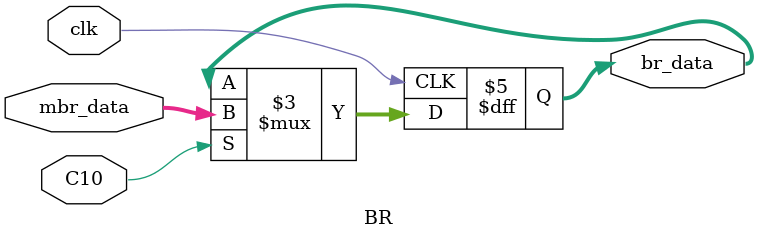
<source format=v>
`timescale 1ns / 1ps

module BR(
    input clk,
    input C10,
    input [15:0] mbr_data,
    output reg [15:0] br_data=16'h0000
    );
    always@(posedge clk)
    begin
        if(C10) br_data<=mbr_data;
    end
endmodule

</source>
